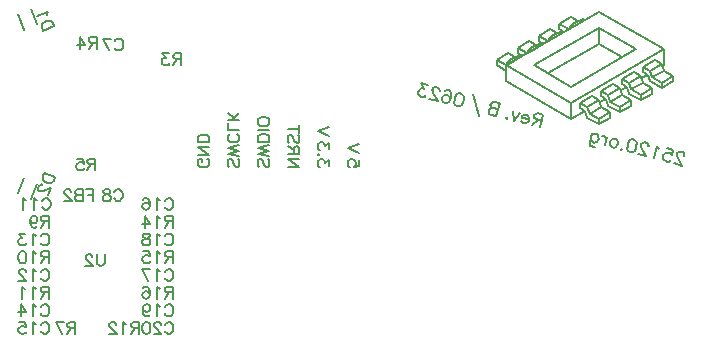
<source format=gbo>
%FSLAX46Y46*%
%MOMM*%
%ADD10C,0.150000*%
%ADD11C,0.200000*%
G01*
G01*
%LPD*%
D10*
X13940476Y4380952D02*
X13892857Y4285714D01*
D10*
X14035714Y4476190D02*
X13940476Y4380952D01*
D10*
X14130952Y4523809D02*
X14035714Y4476190D01*
D10*
X14321429Y4523809D02*
X14130952Y4523809D01*
D10*
X14416667Y4476190D02*
X14321429Y4523809D01*
D10*
X14511905Y4380952D02*
X14416667Y4476190D01*
D10*
X14559524Y4285714D02*
X14511905Y4380952D01*
D10*
X14607143Y4142857D02*
X14559524Y4285714D01*
D10*
X14607143Y3904762D02*
X14607143Y4142857D01*
D10*
X14559524Y3761904D02*
X14607143Y3904762D01*
D10*
X14511905Y3666666D02*
X14559524Y3761904D01*
D10*
X14416667Y3571428D02*
X14511905Y3666666D01*
D10*
X14321429Y3523809D02*
X14416667Y3571428D01*
D10*
X14130952Y3523809D02*
X14321429Y3523809D01*
D10*
X14035714Y3571428D02*
X14130952Y3523809D01*
D10*
X13940476Y3666666D02*
X14035714Y3571428D01*
D10*
X13892857Y3761904D02*
X13940476Y3666666D01*
D10*
X13559524Y4333333D02*
X13559524Y4285714D01*
D10*
X13511905Y4428571D02*
X13559524Y4333333D01*
D10*
X13464286Y4476190D02*
X13511905Y4428571D01*
D10*
X13369048Y4523809D02*
X13464286Y4476190D01*
D10*
X13178572Y4523809D02*
X13369048Y4523809D01*
D10*
X13083333Y4476190D02*
X13178572Y4523809D01*
D10*
X13035714Y4428571D02*
X13083333Y4476190D01*
D10*
X12988095Y4333333D02*
X13035714Y4428571D01*
D10*
X12988095Y4238095D02*
X12988095Y4333333D01*
D10*
X13035714Y4142857D02*
X12988095Y4238095D01*
D10*
X13130952Y4000000D02*
X13035714Y4142857D01*
D10*
X13607143Y3523809D02*
X13130952Y4000000D01*
D10*
X12940476Y3523809D02*
X13607143Y3523809D01*
D10*
X12511905Y4476190D02*
X12369048Y4523809D01*
D10*
X12607143Y4333333D02*
X12511905Y4476190D01*
D10*
X12654762Y4095238D02*
X12607143Y4333333D01*
D10*
X12654762Y3952381D02*
X12654762Y4095238D01*
D10*
X12607143Y3714285D02*
X12654762Y3952381D01*
D10*
X12511905Y3571428D02*
X12607143Y3714285D01*
D10*
X12369048Y3523809D02*
X12511905Y3571428D01*
D10*
X12273810Y3523809D02*
X12369048Y3523809D01*
D10*
X12130952Y3571428D02*
X12273810Y3523809D01*
D10*
X12035714Y3714285D02*
X12130952Y3571428D01*
D10*
X11988095Y3952381D02*
X12035714Y3714285D01*
D10*
X11988095Y4095238D02*
X11988095Y3952381D01*
D10*
X12035714Y4333333D02*
X11988095Y4095238D01*
D10*
X12130952Y4476190D02*
X12035714Y4333333D01*
D10*
X12273810Y4523809D02*
X12130952Y4476190D01*
D10*
X12369048Y4523809D02*
X12273810Y4523809D01*
D10*
X13940476Y14880952D02*
X13892857Y14785714D01*
D10*
X14035714Y14976190D02*
X13940476Y14880952D01*
D10*
X14130952Y15023810D02*
X14035714Y14976190D01*
D10*
X14321429Y15023810D02*
X14130952Y15023810D01*
D10*
X14416667Y14976190D02*
X14321429Y15023810D01*
D10*
X14511905Y14880952D02*
X14416667Y14976190D01*
D10*
X14559524Y14785714D02*
X14511905Y14880952D01*
D10*
X14607143Y14642857D02*
X14559524Y14785714D01*
D10*
X14607143Y14404762D02*
X14607143Y14642857D01*
D10*
X14559524Y14261905D02*
X14607143Y14404762D01*
D10*
X14511905Y14166667D02*
X14559524Y14261905D01*
D10*
X14416667Y14071429D02*
X14511905Y14166667D01*
D10*
X14321429Y14023810D02*
X14416667Y14071429D01*
D10*
X14130952Y14023810D02*
X14321429Y14023810D01*
D10*
X14035714Y14071429D02*
X14130952Y14023810D01*
D10*
X13940476Y14166667D02*
X14035714Y14071429D01*
D10*
X13892857Y14261905D02*
X13940476Y14166667D01*
D10*
X13369048Y14880952D02*
X13464286Y14833333D01*
D10*
X13226190Y15023810D02*
X13369048Y14880952D01*
D10*
X13226190Y14023810D02*
X13226190Y15023810D01*
D10*
X12083334Y14976190D02*
X12035714Y14880952D01*
D10*
X12226190Y15023810D02*
X12083334Y14976190D01*
D10*
X12321428Y15023810D02*
X12226190Y15023810D01*
D10*
X12464286Y14976190D02*
X12321428Y15023810D01*
D10*
X12559524Y14833333D02*
X12464286Y14976190D01*
D10*
X12607143Y14595238D02*
X12559524Y14833333D01*
D10*
X12607143Y14357143D02*
X12607143Y14595238D01*
D10*
X12559524Y14166667D02*
X12607143Y14357143D01*
D10*
X12464286Y14071429D02*
X12559524Y14166667D01*
D10*
X12321428Y14023810D02*
X12464286Y14071429D01*
D10*
X12273810Y14023810D02*
X12321428Y14023810D01*
D10*
X12130952Y14071429D02*
X12273810Y14023810D01*
D10*
X12035714Y14166667D02*
X12130952Y14071429D01*
D10*
X11988095Y14309524D02*
X12035714Y14166667D01*
D10*
X11988095Y14357143D02*
X11988095Y14309524D01*
D10*
X12035714Y14500000D02*
X11988095Y14357143D01*
D10*
X12130952Y14595238D02*
X12035714Y14500000D01*
D10*
X12273810Y14642857D02*
X12130952Y14595238D01*
D10*
X12321428Y14642857D02*
X12273810Y14642857D01*
D10*
X12464286Y14595238D02*
X12321428Y14642857D01*
D10*
X12559524Y14500000D02*
X12464286Y14595238D01*
D10*
X12607143Y14357143D02*
X12559524Y14500000D01*
D10*
X4601763Y16785782D02*
X3681258Y17176512D01*
D10*
X3551015Y16869676D02*
X3681258Y17176512D01*
D10*
X3539030Y16719569D02*
X3551015Y16869676D01*
D10*
X3589485Y16594689D02*
X3539030Y16719569D01*
D10*
X3658546Y16513643D02*
X3589485Y16594689D01*
D10*
X3771440Y16413991D02*
X3658546Y16513643D01*
D10*
X3990608Y16320961D02*
X3771440Y16413991D01*
D10*
X4140715Y16308976D02*
X3990608Y16320961D01*
D10*
X4246989Y16315597D02*
X4140715Y16308976D01*
D10*
X4371868Y16366052D02*
X4246989Y16315597D01*
D10*
X4471520Y16478947D02*
X4371868Y16366052D01*
D10*
X4601763Y16785782D02*
X4471520Y16478947D01*
D10*
X3465863Y16181581D02*
X3509696Y16162975D01*
D10*
X3359589Y16174959D02*
X3465863Y16181581D01*
D10*
X3297150Y16149732D02*
X3359589Y16174959D01*
D10*
X3216104Y16080671D02*
X3297150Y16149732D01*
D10*
X3141679Y15905336D02*
X3216104Y16080671D01*
D10*
X3148301Y15799063D02*
X3141679Y15905336D01*
D10*
X3173528Y15736623D02*
X3148301Y15799063D01*
D10*
X3242589Y15655577D02*
X3173528Y15736623D01*
D10*
X3330256Y15618365D02*
X3242589Y15655577D01*
D10*
X3436530Y15624986D02*
X3330256Y15618365D01*
D10*
X3605243Y15656835D02*
X3436530Y15624986D01*
D10*
X4229640Y15909110D02*
X3605243Y15656835D01*
D10*
X3969154Y15295439D02*
X4229640Y15909110D01*
D10*
X13940476Y5880952D02*
X13892857Y5785714D01*
D10*
X14035714Y5976190D02*
X13940476Y5880952D01*
D10*
X14130952Y6023809D02*
X14035714Y5976190D01*
D10*
X14321429Y6023809D02*
X14130952Y6023809D01*
D10*
X14416667Y5976190D02*
X14321429Y6023809D01*
D10*
X14511905Y5880952D02*
X14416667Y5976190D01*
D10*
X14559524Y5785714D02*
X14511905Y5880952D01*
D10*
X14607143Y5642857D02*
X14559524Y5785714D01*
D10*
X14607143Y5404762D02*
X14607143Y5642857D01*
D10*
X14559524Y5261905D02*
X14607143Y5404762D01*
D10*
X14511905Y5166666D02*
X14559524Y5261905D01*
D10*
X14416667Y5071428D02*
X14511905Y5166666D01*
D10*
X14321429Y5023809D02*
X14416667Y5071428D01*
D10*
X14130952Y5023809D02*
X14321429Y5023809D01*
D10*
X14035714Y5071428D02*
X14130952Y5023809D01*
D10*
X13940476Y5166666D02*
X14035714Y5071428D01*
D10*
X13892857Y5261905D02*
X13940476Y5166666D01*
D10*
X13369048Y5880952D02*
X13464286Y5833333D01*
D10*
X13226190Y6023809D02*
X13369048Y5880952D01*
D10*
X13226190Y5023809D02*
X13226190Y6023809D01*
D10*
X12083334Y5547619D02*
X12035714Y5690476D01*
D10*
X12178572Y5452381D02*
X12083334Y5547619D01*
D10*
X12321428Y5404762D02*
X12178572Y5452381D01*
D10*
X12369048Y5404762D02*
X12321428Y5404762D01*
D10*
X12511905Y5452381D02*
X12369048Y5404762D01*
D10*
X12607143Y5547619D02*
X12511905Y5452381D01*
D10*
X12654762Y5690476D02*
X12607143Y5547619D01*
D10*
X12654762Y5738095D02*
X12654762Y5690476D01*
D10*
X12607143Y5880952D02*
X12654762Y5738095D01*
D10*
X12511905Y5976190D02*
X12607143Y5880952D01*
D10*
X12369048Y6023809D02*
X12511905Y5976190D01*
D10*
X12321428Y6023809D02*
X12369048Y6023809D01*
D10*
X12178572Y5976190D02*
X12321428Y6023809D01*
D10*
X12083334Y5880952D02*
X12178572Y5976190D01*
D10*
X12035714Y5690476D02*
X12083334Y5880952D01*
D10*
X12035714Y5452381D02*
X12035714Y5690476D01*
D10*
X12083334Y5214285D02*
X12035714Y5452381D01*
D10*
X12178572Y5071428D02*
X12083334Y5214285D01*
D10*
X12321428Y5023809D02*
X12178572Y5071428D01*
D10*
X12416667Y5023809D02*
X12321428Y5023809D01*
D10*
X12559524Y5071428D02*
X12416667Y5023809D01*
D10*
X12607143Y5166666D02*
X12559524Y5071428D01*
D11*
X45666936Y21014570D02*
X45942392Y22079524D01*
D11*
X45485984Y22197576D02*
X45942392Y22079524D01*
D11*
X45320732Y22186214D02*
X45485984Y22197576D01*
D11*
X45256904Y22148618D02*
X45320732Y22186214D01*
D11*
X45179956Y22060312D02*
X45256904Y22148618D01*
D11*
X45153720Y21958888D02*
X45179956Y22060312D01*
D11*
X45178200Y21844346D02*
X45153720Y21958888D01*
D11*
X45215796Y21780518D02*
X45178200Y21844346D01*
D11*
X45354816Y21690454D02*
X45215796Y21780518D01*
D11*
X45811224Y21572402D02*
X45354816Y21690454D01*
D11*
X44956968Y21198206D02*
X45456240Y21664220D01*
D11*
X44149088Y21840006D02*
X44757632Y21682604D01*
D11*
X44175320Y21941430D02*
X44149088Y21840006D01*
D11*
X44252268Y22029738D02*
X44175320Y21941430D01*
D11*
X44316096Y22067332D02*
X44252268Y22029738D01*
D11*
X44430636Y22091812D02*
X44316096Y22067332D01*
D11*
X44582772Y22052460D02*
X44430636Y22091812D01*
D11*
X44671080Y21975516D02*
X44582772Y22052460D01*
D11*
X44746272Y21847856D02*
X44671080Y21975516D01*
D11*
X44757632Y21682604D02*
X44746272Y21847856D01*
D11*
X44731400Y21581180D02*
X44757632Y21682604D01*
D11*
X44641336Y21442160D02*
X44731400Y21581180D01*
D11*
X44513676Y21366970D02*
X44641336Y21442160D01*
D11*
X44399136Y21342492D02*
X44513676Y21366970D01*
D11*
X44247000Y21381842D02*
X44399136Y21342492D01*
D11*
X44158692Y21458788D02*
X44247000Y21381842D01*
D11*
X44083504Y21586446D02*
X44158692Y21458788D01*
D11*
X43486320Y21578596D02*
X43974228Y22209864D01*
D11*
X43486320Y21578596D02*
X43365684Y22367266D01*
D11*
X42890892Y21786710D02*
X42853296Y21850540D01*
D11*
X42827064Y21749116D02*
X42890892Y21786710D01*
D11*
X42789468Y21812944D02*
X42827064Y21749116D01*
D11*
X42853296Y21850540D02*
X42789468Y21812944D01*
D11*
X41964956Y21972102D02*
X42240412Y23037054D01*
D11*
X41784004Y23155106D02*
X42240412Y23037054D01*
D11*
X41618752Y23143746D02*
X41784004Y23155106D01*
D11*
X41554920Y23106150D02*
X41618752Y23143746D01*
D11*
X41477976Y23017842D02*
X41554920Y23106150D01*
D11*
X41451744Y22916418D02*
X41477976Y23017842D01*
D11*
X41476220Y22801878D02*
X41451744Y22916418D01*
D11*
X41513816Y22738048D02*
X41476220Y22801878D01*
D11*
X41652836Y22647986D02*
X41513816Y22738048D01*
D11*
X41652836Y22647986D02*
X42109244Y22529934D01*
D11*
X41487584Y22636624D02*
X41652836Y22647986D01*
D11*
X41423752Y22599030D02*
X41487584Y22636624D01*
D11*
X41346808Y22510722D02*
X41423752Y22599030D01*
D11*
X41307456Y22358586D02*
X41346808Y22510722D01*
D11*
X41331936Y22244046D02*
X41307456Y22358586D01*
D11*
X41369528Y22180216D02*
X41331936Y22244046D01*
D11*
X41508548Y22090154D02*
X41369528Y22180216D01*
D11*
X41964956Y21972102D02*
X41508548Y22090154D01*
D11*
X40503916Y21971272D02*
X40010836Y23830162D01*
D11*
X39133860Y23786472D02*
X38994840Y23876534D01*
D11*
X39195936Y23608102D02*
X39133860Y23786472D01*
D11*
X39181060Y23341424D02*
X39195936Y23608102D01*
D11*
X39141712Y23189288D02*
X39181060Y23341424D01*
D11*
X39025416Y22948846D02*
X39141712Y23189288D01*
D11*
X38884640Y22822944D02*
X39025416Y22948846D01*
D11*
X38719388Y22811582D02*
X38884640Y22822944D01*
D11*
X38617964Y22837816D02*
X38719388Y22811582D01*
D11*
X38478944Y22927878D02*
X38617964Y22837816D01*
D11*
X38416872Y23106248D02*
X38478944Y22927878D01*
D11*
X38431744Y23372924D02*
X38416872Y23106248D01*
D11*
X38471092Y23525062D02*
X38431744Y23372924D01*
D11*
X38587388Y23765504D02*
X38471092Y23525062D01*
D11*
X38728164Y23891406D02*
X38587388Y23765504D01*
D11*
X38893416Y23902768D02*
X38728164Y23891406D01*
D11*
X38994840Y23876534D02*
X38893416Y23902768D01*
D11*
X37663212Y24166862D02*
X37586264Y24078554D01*
D11*
X37828464Y24178222D02*
X37663212Y24166862D01*
D11*
X37929888Y24151988D02*
X37828464Y24178222D01*
D11*
X38068908Y24061926D02*
X37929888Y24151988D01*
D11*
X38130980Y23883556D02*
X38068908Y24061926D01*
D11*
X38116108Y23616880D02*
X38130980Y23883556D01*
D11*
X38050524Y23363320D02*
X38116108Y23616880D01*
D11*
X37947344Y23173588D02*
X38050524Y23363320D01*
D11*
X37819688Y23098398D02*
X37947344Y23173588D01*
D11*
X37654432Y23087036D02*
X37819688Y23098398D01*
D11*
X37603720Y23100152D02*
X37654432Y23087036D01*
D11*
X37464704Y23190216D02*
X37603720Y23100152D01*
D11*
X37389512Y23317874D02*
X37464704Y23190216D01*
D11*
X37378152Y23483126D02*
X37389512Y23317874D01*
D11*
X37391268Y23533838D02*
X37378152Y23483126D01*
D11*
X37481332Y23672858D02*
X37391268Y23533838D01*
D11*
X37608988Y23748048D02*
X37481332Y23672858D01*
D11*
X37774240Y23759410D02*
X37608988Y23748048D01*
D11*
X37824952Y23746292D02*
X37774240Y23759410D01*
D11*
X37963972Y23656230D02*
X37824952Y23746292D01*
D11*
X38039164Y23528572D02*
X37963972Y23656230D01*
D11*
X38050524Y23363320D02*
X38039164Y23528572D01*
D11*
X37167452Y24132776D02*
X37154336Y24082064D01*
D11*
X37142972Y24247318D02*
X37167452Y24132776D01*
D11*
X37105380Y24311146D02*
X37142972Y24247318D01*
D11*
X37017072Y24388092D02*
X37105380Y24311146D01*
D11*
X36814224Y24440560D02*
X37017072Y24388092D01*
D11*
X36699680Y24416082D02*
X36814224Y24440560D01*
D11*
X36635852Y24378486D02*
X36699680Y24416082D01*
D11*
X36558908Y24290180D02*
X36635852Y24378486D01*
D11*
X36532672Y24188756D02*
X36558908Y24290180D01*
D11*
X36557152Y24074214D02*
X36532672Y24188756D01*
D11*
X36619224Y23895844D02*
X36557152Y24074214D01*
D11*
X36995176Y23257556D02*
X36619224Y23895844D01*
D11*
X36285208Y23441192D02*
X36995176Y23257556D01*
D11*
X35597132Y24755366D02*
X36154968Y24611080D01*
D11*
X35796472Y24270968D02*
X35597132Y24755366D01*
D11*
X35644336Y24310318D02*
X35796472Y24270968D01*
D11*
X35529792Y24285840D02*
X35644336Y24310318D01*
D11*
X35465964Y24248244D02*
X35529792Y24285840D01*
D11*
X35375904Y24109226D02*
X35465964Y24248244D01*
D11*
X35349668Y24007802D02*
X35375904Y24109226D01*
D11*
X35361032Y23842548D02*
X35349668Y24007802D01*
D11*
X35436220Y23714890D02*
X35361032Y23842548D01*
D11*
X35575240Y23624828D02*
X35436220Y23714890D01*
D11*
X35727376Y23585478D02*
X35575240Y23624828D01*
D11*
X35892628Y23596838D02*
X35727376Y23585478D01*
D11*
X35956456Y23634434D02*
X35892628Y23596838D01*
D11*
X36033404Y23722740D02*
X35956456Y23634434D01*
D10*
X30373810Y17738096D02*
X30373810Y18214286D01*
D10*
X29945238Y17690476D02*
X30373810Y17738096D01*
D10*
X29992858Y17738096D02*
X29945238Y17690476D01*
D10*
X30040476Y17880952D02*
X29992858Y17738096D01*
D10*
X30040476Y18023810D02*
X30040476Y17880952D01*
D10*
X29992858Y18166666D02*
X30040476Y18023810D01*
D10*
X29897620Y18261904D02*
X29992858Y18166666D01*
D10*
X29754762Y18309524D02*
X29897620Y18261904D01*
D10*
X29659524Y18309524D02*
X29754762Y18309524D01*
D10*
X29516666Y18261904D02*
X29659524Y18309524D01*
D10*
X29421428Y18166666D02*
X29516666Y18261904D01*
D10*
X29373810Y18023810D02*
X29421428Y18166666D01*
D10*
X29373810Y17880952D02*
X29373810Y18023810D01*
D10*
X29421428Y17738096D02*
X29373810Y17880952D01*
D10*
X29469048Y17690476D02*
X29421428Y17738096D01*
D10*
X29564286Y17642858D02*
X29469048Y17690476D01*
D10*
X29373810Y19261904D02*
X30373810Y18880952D01*
D10*
X29373810Y19261904D02*
X30373810Y19642856D01*
D10*
X3440476Y11880952D02*
X3392857Y11785714D01*
D10*
X3535714Y11976190D02*
X3440476Y11880952D01*
D10*
X3630952Y12023810D02*
X3535714Y11976190D01*
D10*
X3821428Y12023810D02*
X3630952Y12023810D01*
D10*
X3916666Y11976190D02*
X3821428Y12023810D01*
D10*
X4011904Y11880952D02*
X3916666Y11976190D01*
D10*
X4059523Y11785714D02*
X4011904Y11880952D01*
D10*
X4107142Y11642857D02*
X4059523Y11785714D01*
D10*
X4107142Y11404762D02*
X4107142Y11642857D01*
D10*
X4059523Y11261905D02*
X4107142Y11404762D01*
D10*
X4011904Y11166667D02*
X4059523Y11261905D01*
D10*
X3916666Y11071429D02*
X4011904Y11166667D01*
D10*
X3821428Y11023810D02*
X3916666Y11071429D01*
D10*
X3630952Y11023810D02*
X3821428Y11023810D01*
D10*
X3535714Y11071429D02*
X3630952Y11023810D01*
D10*
X3440476Y11166667D02*
X3535714Y11071429D01*
D10*
X3392857Y11261905D02*
X3440476Y11166667D01*
D10*
X2869047Y11880952D02*
X2964285Y11833333D01*
D10*
X2726190Y12023810D02*
X2869047Y11880952D01*
D10*
X2726190Y11023810D02*
X2726190Y12023810D01*
D10*
X1535714Y12023810D02*
X2059523Y12023810D01*
D10*
X1821428Y11642857D02*
X1535714Y12023810D01*
D10*
X1678571Y11642857D02*
X1821428Y11642857D01*
D10*
X1583333Y11595238D02*
X1678571Y11642857D01*
D10*
X1535714Y11547619D02*
X1583333Y11595238D01*
D10*
X1488095Y11404762D02*
X1535714Y11547619D01*
D10*
X1488095Y11309524D02*
X1488095Y11404762D01*
D10*
X1535714Y11166667D02*
X1488095Y11309524D01*
D10*
X1630952Y11071429D02*
X1535714Y11166667D01*
D10*
X1773809Y11023810D02*
X1630952Y11071429D01*
D10*
X1916666Y11023810D02*
X1773809Y11023810D01*
D10*
X2059523Y11071429D02*
X1916666Y11023810D01*
D10*
X2107143Y11119048D02*
X2059523Y11071429D01*
D10*
X2154762Y11214286D02*
X2107143Y11119048D01*
D10*
X8809524Y9559524D02*
X8809524Y10273810D01*
D10*
X8761905Y9416667D02*
X8809524Y9559524D01*
D10*
X8666667Y9321429D02*
X8761905Y9416667D01*
D10*
X8523810Y9273810D02*
X8666667Y9321429D01*
D10*
X8428571Y9273810D02*
X8523810Y9273810D01*
D10*
X8285714Y9321429D02*
X8428571Y9273810D01*
D10*
X8190476Y9416667D02*
X8285714Y9321429D01*
D10*
X8142857Y9559524D02*
X8190476Y9416667D01*
D10*
X8142857Y10273810D02*
X8142857Y9559524D01*
D10*
X7761905Y10083333D02*
X7761905Y10035714D01*
D10*
X7714285Y10178571D02*
X7761905Y10083333D01*
D10*
X7666666Y10226190D02*
X7714285Y10178571D01*
D10*
X7571428Y10273810D02*
X7666666Y10226190D01*
D10*
X7380952Y10273810D02*
X7571428Y10273810D01*
D10*
X7285714Y10226190D02*
X7380952Y10273810D01*
D10*
X7238095Y10178571D02*
X7285714Y10226190D01*
D10*
X7190476Y10083333D02*
X7238095Y10178571D01*
D10*
X7190476Y9988095D02*
X7190476Y10083333D01*
D10*
X7238095Y9892857D02*
X7190476Y9988095D01*
D10*
X7333333Y9750000D02*
X7238095Y9892857D01*
D10*
X7809524Y9273810D02*
X7333333Y9750000D01*
D10*
X7142857Y9273810D02*
X7809524Y9273810D01*
D10*
X3592768Y29188790D02*
X4519951Y29563400D01*
D10*
X4395081Y29872460D02*
X4519951Y29563400D01*
D10*
X4297414Y29987076D02*
X4395081Y29872460D01*
D10*
X4173434Y30039702D02*
X4297414Y29987076D01*
D10*
X4067292Y30048178D02*
X4173434Y30039702D01*
D10*
X3916999Y30038814D02*
X4067292Y30048178D01*
D10*
X3696241Y29949620D02*
X3916999Y30038814D01*
D10*
X3581625Y29851954D02*
X3696241Y29949620D01*
D10*
X3511160Y29772126D02*
X3581625Y29851954D01*
D10*
X3458534Y29648144D02*
X3511160Y29772126D01*
D10*
X3467898Y29497852D02*
X3458534Y29648144D01*
D10*
X3592768Y29188790D02*
X3467898Y29497852D01*
D10*
X3941533Y30613674D02*
X3933059Y30507532D01*
D10*
X4020472Y30799644D02*
X3941533Y30613674D01*
D10*
X3093289Y30425034D02*
X4020472Y30799644D01*
D10*
X3440476Y5880952D02*
X3392857Y5785714D01*
D10*
X3535714Y5976190D02*
X3440476Y5880952D01*
D10*
X3630952Y6023809D02*
X3535714Y5976190D01*
D10*
X3821428Y6023809D02*
X3630952Y6023809D01*
D10*
X3916666Y5976190D02*
X3821428Y6023809D01*
D10*
X4011904Y5880952D02*
X3916666Y5976190D01*
D10*
X4059523Y5785714D02*
X4011904Y5880952D01*
D10*
X4107142Y5642857D02*
X4059523Y5785714D01*
D10*
X4107142Y5404762D02*
X4107142Y5642857D01*
D10*
X4059523Y5261905D02*
X4107142Y5404762D01*
D10*
X4011904Y5166666D02*
X4059523Y5261905D01*
D10*
X3916666Y5071428D02*
X4011904Y5166666D01*
D10*
X3821428Y5023809D02*
X3916666Y5071428D01*
D10*
X3630952Y5023809D02*
X3821428Y5023809D01*
D10*
X3535714Y5071428D02*
X3630952Y5023809D01*
D10*
X3440476Y5166666D02*
X3535714Y5071428D01*
D10*
X3392857Y5261905D02*
X3440476Y5166666D01*
D10*
X2869047Y5880952D02*
X2964285Y5833333D01*
D10*
X2726190Y6023809D02*
X2869047Y5880952D01*
D10*
X2726190Y5023809D02*
X2726190Y6023809D01*
D10*
X2154762Y5357143D02*
X1678571Y6023809D01*
D10*
X1440476Y5357143D02*
X2154762Y5357143D01*
D10*
X1678571Y5023809D02*
X1678571Y6023809D01*
D10*
X3550476Y14880952D02*
X3502857Y14785714D01*
D10*
X3645714Y14976190D02*
X3550476Y14880952D01*
D10*
X3740952Y15023810D02*
X3645714Y14976190D01*
D10*
X3931428Y15023810D02*
X3740952Y15023810D01*
D10*
X4026666Y14976190D02*
X3931428Y15023810D01*
D10*
X4121904Y14880952D02*
X4026666Y14976190D01*
D10*
X4169523Y14785714D02*
X4121904Y14880952D01*
D10*
X4217143Y14642857D02*
X4169523Y14785714D01*
D10*
X4217143Y14404762D02*
X4217143Y14642857D01*
D10*
X4169523Y14261905D02*
X4217143Y14404762D01*
D10*
X4121904Y14166667D02*
X4169523Y14261905D01*
D10*
X4026666Y14071429D02*
X4121904Y14166667D01*
D10*
X3931428Y14023810D02*
X4026666Y14071429D01*
D10*
X3740952Y14023810D02*
X3931428Y14023810D01*
D10*
X3645714Y14071429D02*
X3740952Y14023810D01*
D10*
X3550476Y14166667D02*
X3645714Y14071429D01*
D10*
X3502857Y14261905D02*
X3550476Y14166667D01*
D10*
X2979047Y14880952D02*
X3074285Y14833333D01*
D10*
X2836190Y15023810D02*
X2979047Y14880952D01*
D10*
X2836190Y14023810D02*
X2836190Y15023810D01*
D10*
X2026666Y14880952D02*
X2121904Y14833333D01*
D10*
X1883809Y15023810D02*
X2026666Y14880952D01*
D10*
X1883809Y14023810D02*
X1883809Y15023810D01*
D10*
X8011905Y17373810D02*
X8011905Y18373810D01*
D10*
X7583333Y18373810D02*
X8011905Y18373810D01*
D10*
X7440476Y18326190D02*
X7583333Y18373810D01*
D10*
X7392857Y18278572D02*
X7440476Y18326190D01*
D10*
X7345238Y18183334D02*
X7392857Y18278572D01*
D10*
X7345238Y18088096D02*
X7345238Y18183334D01*
D10*
X7392857Y17992858D02*
X7345238Y18088096D01*
D10*
X7440476Y17945238D02*
X7392857Y17992858D01*
D10*
X7583333Y17897620D02*
X7440476Y17945238D01*
D10*
X8011905Y17897620D02*
X7583333Y17897620D01*
D10*
X7345238Y17373810D02*
X7678571Y17897620D01*
D10*
X6964285Y18373810D02*
X6488095Y18373810D01*
D10*
X7011905Y17945238D02*
X6964285Y18373810D01*
D10*
X6964285Y17992858D02*
X7011905Y17945238D01*
D10*
X6821428Y18040476D02*
X6964285Y17992858D01*
D10*
X6678571Y18040476D02*
X6821428Y18040476D01*
D10*
X6535714Y17992858D02*
X6678571Y18040476D01*
D10*
X6440476Y17897620D02*
X6535714Y17992858D01*
D10*
X6392857Y17754762D02*
X6440476Y17897620D01*
D10*
X6392857Y17659524D02*
X6392857Y17754762D01*
D10*
X6440476Y17516666D02*
X6392857Y17659524D01*
D10*
X6535714Y17421428D02*
X6440476Y17516666D01*
D10*
X6678571Y17373810D02*
X6535714Y17421428D01*
D10*
X6821428Y17373810D02*
X6678571Y17373810D01*
D10*
X6964285Y17421428D02*
X6821428Y17373810D01*
D10*
X7011905Y17469048D02*
X6964285Y17421428D01*
D10*
X7059524Y17564286D02*
X7011905Y17469048D01*
D10*
X13940476Y8880952D02*
X13892857Y8785714D01*
D10*
X14035714Y8976190D02*
X13940476Y8880952D01*
D10*
X14130952Y9023810D02*
X14035714Y8976190D01*
D10*
X14321429Y9023810D02*
X14130952Y9023810D01*
D10*
X14416667Y8976190D02*
X14321429Y9023810D01*
D10*
X14511905Y8880952D02*
X14416667Y8976190D01*
D10*
X14559524Y8785714D02*
X14511905Y8880952D01*
D10*
X14607143Y8642857D02*
X14559524Y8785714D01*
D10*
X14607143Y8404762D02*
X14607143Y8642857D01*
D10*
X14559524Y8261905D02*
X14607143Y8404762D01*
D10*
X14511905Y8166666D02*
X14559524Y8261905D01*
D10*
X14416667Y8071428D02*
X14511905Y8166666D01*
D10*
X14321429Y8023809D02*
X14416667Y8071428D01*
D10*
X14130952Y8023809D02*
X14321429Y8023809D01*
D10*
X14035714Y8071428D02*
X14130952Y8023809D01*
D10*
X13940476Y8166666D02*
X14035714Y8071428D01*
D10*
X13892857Y8261905D02*
X13940476Y8166666D01*
D10*
X13369048Y8880952D02*
X13464286Y8833333D01*
D10*
X13226190Y9023810D02*
X13369048Y8880952D01*
D10*
X13226190Y8023809D02*
X13226190Y9023810D01*
D10*
X12464286Y8023809D02*
X11988095Y9023810D01*
D10*
X11988095Y9023810D02*
X12654762Y9023810D01*
D10*
X3440476Y4380952D02*
X3392857Y4285714D01*
D10*
X3535714Y4476190D02*
X3440476Y4380952D01*
D10*
X3630952Y4523809D02*
X3535714Y4476190D01*
D10*
X3821428Y4523809D02*
X3630952Y4523809D01*
D10*
X3916666Y4476190D02*
X3821428Y4523809D01*
D10*
X4011904Y4380952D02*
X3916666Y4476190D01*
D10*
X4059523Y4285714D02*
X4011904Y4380952D01*
D10*
X4107142Y4142857D02*
X4059523Y4285714D01*
D10*
X4107142Y3904762D02*
X4107142Y4142857D01*
D10*
X4059523Y3761904D02*
X4107142Y3904762D01*
D10*
X4011904Y3666666D02*
X4059523Y3761904D01*
D10*
X3916666Y3571428D02*
X4011904Y3666666D01*
D10*
X3821428Y3523809D02*
X3916666Y3571428D01*
D10*
X3630952Y3523809D02*
X3821428Y3523809D01*
D10*
X3535714Y3571428D02*
X3630952Y3523809D01*
D10*
X3440476Y3666666D02*
X3535714Y3571428D01*
D10*
X3392857Y3761904D02*
X3440476Y3666666D01*
D10*
X2869047Y4380952D02*
X2964285Y4333333D01*
D10*
X2726190Y4523809D02*
X2869047Y4380952D01*
D10*
X2726190Y3523809D02*
X2726190Y4523809D01*
D10*
X2059523Y4523809D02*
X1583333Y4523809D01*
D10*
X2107143Y4095238D02*
X2059523Y4523809D01*
D10*
X2059523Y4142857D02*
X2107143Y4095238D01*
D10*
X1916666Y4190476D02*
X2059523Y4142857D01*
D10*
X1773809Y4190476D02*
X1916666Y4190476D01*
D10*
X1630952Y4142857D02*
X1773809Y4190476D01*
D10*
X1535714Y4047619D02*
X1630952Y4142857D01*
D10*
X1488095Y3904762D02*
X1535714Y4047619D01*
D10*
X1488095Y3809523D02*
X1488095Y3904762D01*
D10*
X1535714Y3666666D02*
X1488095Y3809523D01*
D10*
X1630952Y3571428D02*
X1535714Y3666666D01*
D10*
X1773809Y3523809D02*
X1630952Y3571428D01*
D10*
X1916666Y3523809D02*
X1773809Y3523809D01*
D10*
X2059523Y3571428D02*
X1916666Y3523809D01*
D10*
X2107143Y3619047D02*
X2059523Y3571428D01*
D10*
X2154762Y3714285D02*
X2107143Y3619047D01*
D10*
X4059523Y6523809D02*
X4059523Y7523809D01*
D10*
X3630952Y7523809D02*
X4059523Y7523809D01*
D10*
X3488095Y7476190D02*
X3630952Y7523809D01*
D10*
X3440476Y7428571D02*
X3488095Y7476190D01*
D10*
X3392857Y7333333D02*
X3440476Y7428571D01*
D10*
X3392857Y7238095D02*
X3392857Y7333333D01*
D10*
X3440476Y7142857D02*
X3392857Y7238095D01*
D10*
X3488095Y7095238D02*
X3440476Y7142857D01*
D10*
X3630952Y7047619D02*
X3488095Y7095238D01*
D10*
X4059523Y7047619D02*
X3630952Y7047619D01*
D10*
X3392857Y6523809D02*
X3726190Y7047619D01*
D10*
X2869047Y7380952D02*
X2964285Y7333333D01*
D10*
X2726190Y7523809D02*
X2869047Y7380952D01*
D10*
X2726190Y6523809D02*
X2726190Y7523809D01*
D10*
X1916666Y7380952D02*
X2011904Y7333333D01*
D10*
X1773809Y7523809D02*
X1916666Y7380952D01*
D10*
X1773809Y6523809D02*
X1773809Y7523809D01*
D10*
X9642857Y15630952D02*
X9595238Y15535714D01*
D10*
X9738095Y15726190D02*
X9642857Y15630952D01*
D10*
X9833333Y15773810D02*
X9738095Y15726190D01*
D10*
X10023810Y15773810D02*
X9833333Y15773810D01*
D10*
X10119048Y15726190D02*
X10023810Y15773810D01*
D10*
X10214286Y15630952D02*
X10119048Y15726190D01*
D10*
X10261905Y15535714D02*
X10214286Y15630952D01*
D10*
X10309524Y15392857D02*
X10261905Y15535714D01*
D10*
X10309524Y15154762D02*
X10309524Y15392857D01*
D10*
X10261905Y15011905D02*
X10309524Y15154762D01*
D10*
X10214286Y14916667D02*
X10261905Y15011905D01*
D10*
X10119048Y14821429D02*
X10214286Y14916667D01*
D10*
X10023810Y14773810D02*
X10119048Y14821429D01*
D10*
X9833333Y14773810D02*
X10023810Y14773810D01*
D10*
X9738095Y14821429D02*
X9833333Y14773810D01*
D10*
X9642857Y14916667D02*
X9738095Y14821429D01*
D10*
X9595238Y15011905D02*
X9642857Y14916667D01*
D10*
X9214286Y15726190D02*
X9071429Y15773810D01*
D10*
X9261905Y15630952D02*
X9214286Y15726190D01*
D10*
X9261905Y15535714D02*
X9261905Y15630952D01*
D10*
X9214286Y15440476D02*
X9261905Y15535714D01*
D10*
X9119048Y15392857D02*
X9214286Y15440476D01*
D10*
X8928571Y15345238D02*
X9119048Y15392857D01*
D10*
X8785714Y15297619D02*
X8928571Y15345238D01*
D10*
X8690476Y15202381D02*
X8785714Y15297619D01*
D10*
X8642857Y15107143D02*
X8690476Y15202381D01*
D10*
X8642857Y14964286D02*
X8642857Y15107143D01*
D10*
X8690476Y14869048D02*
X8642857Y14964286D01*
D10*
X8738095Y14821429D02*
X8690476Y14869048D01*
D10*
X8880952Y14773810D02*
X8738095Y14821429D01*
D10*
X9071429Y14773810D02*
X8880952Y14773810D01*
D10*
X9214286Y14821429D02*
X9071429Y14773810D01*
D10*
X9261905Y14869048D02*
X9214286Y14821429D01*
D10*
X9309524Y14964286D02*
X9261905Y14869048D01*
D10*
X9309524Y15107143D02*
X9309524Y14964286D01*
D10*
X9261905Y15202381D02*
X9309524Y15107143D01*
D10*
X9166667Y15297619D02*
X9261905Y15202381D01*
D10*
X9023810Y15345238D02*
X9166667Y15297619D01*
D10*
X8833333Y15392857D02*
X9023810Y15345238D01*
D10*
X8738095Y15440476D02*
X8833333Y15392857D01*
D10*
X8690476Y15535714D02*
X8738095Y15440476D01*
D10*
X8690476Y15630952D02*
X8690476Y15535714D01*
D10*
X8738095Y15726190D02*
X8690476Y15630952D01*
D10*
X8880952Y15773810D02*
X8738095Y15726190D01*
D10*
X9071429Y15773810D02*
X8880952Y15773810D01*
D10*
X8111905Y27673810D02*
X8111905Y28673810D01*
D10*
X7683333Y28673810D02*
X8111905Y28673810D01*
D10*
X7540476Y28626190D02*
X7683333Y28673810D01*
D10*
X7492857Y28578572D02*
X7540476Y28626190D01*
D10*
X7445238Y28483334D02*
X7492857Y28578572D01*
D10*
X7445238Y28388096D02*
X7445238Y28483334D01*
D10*
X7492857Y28292858D02*
X7445238Y28388096D01*
D10*
X7540476Y28245238D02*
X7492857Y28292858D01*
D10*
X7683333Y28197620D02*
X7540476Y28245238D01*
D10*
X8111905Y28197620D02*
X7683333Y28197620D01*
D10*
X7445238Y27673810D02*
X7778571Y28197620D01*
D10*
X7159524Y28007142D02*
X6683333Y28673810D01*
D10*
X6445238Y28007142D02*
X7159524Y28007142D01*
D10*
X6683333Y27673810D02*
X6683333Y28673810D01*
D11*
X24293810Y17690476D02*
X25293810Y17690476D01*
D11*
X24293810Y18357142D02*
X25293810Y17690476D01*
D11*
X24293810Y18357142D02*
X25293810Y18357142D01*
D11*
X24293810Y18738096D02*
X25293810Y18738096D01*
D11*
X25293810Y19166666D02*
X25293810Y18738096D01*
D11*
X25246190Y19309524D02*
X25293810Y19166666D01*
D11*
X25198572Y19357142D02*
X25246190Y19309524D01*
D11*
X25103334Y19404762D02*
X25198572Y19357142D01*
D11*
X25008096Y19404762D02*
X25103334Y19404762D01*
D11*
X24912858Y19357142D02*
X25008096Y19404762D01*
D11*
X24865238Y19309524D02*
X24912858Y19357142D01*
D11*
X24817620Y19166666D02*
X24865238Y19309524D01*
D11*
X24817620Y18738096D02*
X24817620Y19166666D01*
D11*
X24293810Y19404762D02*
X24817620Y19071428D01*
D11*
X25246190Y20261904D02*
X25150952Y20357142D01*
D11*
X25293810Y20119048D02*
X25246190Y20261904D01*
D11*
X25293810Y19928572D02*
X25293810Y20119048D01*
D11*
X25246190Y19785714D02*
X25293810Y19928572D01*
D11*
X25150952Y19690476D02*
X25246190Y19785714D01*
D11*
X25055714Y19690476D02*
X25150952Y19690476D01*
D11*
X24960476Y19738096D02*
X25055714Y19690476D01*
D11*
X24912858Y19785714D02*
X24960476Y19738096D01*
D11*
X24865238Y19880952D02*
X24912858Y19785714D01*
D11*
X24770000Y20166666D02*
X24865238Y19880952D01*
D11*
X24722380Y20261904D02*
X24770000Y20166666D01*
D11*
X24674762Y20309524D02*
X24722380Y20261904D01*
D11*
X24579524Y20357142D02*
X24674762Y20309524D01*
D11*
X24436666Y20357142D02*
X24579524Y20357142D01*
D11*
X24341428Y20261904D02*
X24436666Y20357142D01*
D11*
X24293810Y20119048D02*
X24341428Y20261904D01*
D11*
X24293810Y19928572D02*
X24293810Y20119048D01*
D11*
X24341428Y19785714D02*
X24293810Y19928572D01*
D11*
X24436666Y19690476D02*
X24341428Y19785714D01*
D11*
X24293810Y20880952D02*
X25293810Y20880952D01*
D11*
X25293810Y21214286D02*
X25293810Y20547620D01*
D10*
X15261905Y26273810D02*
X15261905Y27273810D01*
D10*
X14833333Y27273810D02*
X15261905Y27273810D01*
D10*
X14690476Y27226190D02*
X14833333Y27273810D01*
D10*
X14642857Y27178572D02*
X14690476Y27226190D01*
D10*
X14595238Y27083334D02*
X14642857Y27178572D01*
D10*
X14595238Y26988096D02*
X14595238Y27083334D01*
D10*
X14642857Y26892858D02*
X14595238Y26988096D01*
D10*
X14690476Y26845238D02*
X14642857Y26892858D01*
D10*
X14833333Y26797620D02*
X14690476Y26845238D01*
D10*
X15261905Y26797620D02*
X14833333Y26797620D01*
D10*
X14595238Y26273810D02*
X14928571Y26797620D01*
D10*
X13690476Y27273810D02*
X14214286Y27273810D01*
D10*
X13976190Y26892858D02*
X13690476Y27273810D01*
D10*
X13833333Y26892858D02*
X13976190Y26892858D01*
D10*
X13738095Y26845238D02*
X13833333Y26892858D01*
D10*
X13690476Y26797620D02*
X13738095Y26845238D01*
D10*
X13642857Y26654762D02*
X13690476Y26797620D01*
D10*
X13642857Y26559524D02*
X13642857Y26654762D01*
D10*
X13690476Y26416666D02*
X13642857Y26559524D01*
D10*
X13785714Y26321428D02*
X13690476Y26416666D01*
D10*
X13928571Y26273810D02*
X13785714Y26321428D01*
D10*
X14071429Y26273810D02*
X13928571Y26273810D01*
D10*
X14214286Y26321428D02*
X14071429Y26273810D01*
D10*
X14261905Y26369048D02*
X14214286Y26321428D01*
D10*
X14309524Y26464286D02*
X14261905Y26369048D01*
D10*
X13940476Y11880952D02*
X13892857Y11785714D01*
D10*
X14035714Y11976190D02*
X13940476Y11880952D01*
D10*
X14130952Y12023810D02*
X14035714Y11976190D01*
D10*
X14321429Y12023810D02*
X14130952Y12023810D01*
D10*
X14416667Y11976190D02*
X14321429Y12023810D01*
D10*
X14511905Y11880952D02*
X14416667Y11976190D01*
D10*
X14559524Y11785714D02*
X14511905Y11880952D01*
D10*
X14607143Y11642857D02*
X14559524Y11785714D01*
D10*
X14607143Y11404762D02*
X14607143Y11642857D01*
D10*
X14559524Y11261905D02*
X14607143Y11404762D01*
D10*
X14511905Y11166667D02*
X14559524Y11261905D01*
D10*
X14416667Y11071429D02*
X14511905Y11166667D01*
D10*
X14321429Y11023810D02*
X14416667Y11071429D01*
D10*
X14130952Y11023810D02*
X14321429Y11023810D01*
D10*
X14035714Y11071429D02*
X14130952Y11023810D01*
D10*
X13940476Y11166667D02*
X14035714Y11071429D01*
D10*
X13892857Y11261905D02*
X13940476Y11166667D01*
D10*
X13369048Y11880952D02*
X13464286Y11833333D01*
D10*
X13226190Y12023810D02*
X13369048Y11880952D01*
D10*
X13226190Y11023810D02*
X13226190Y12023810D01*
D10*
X12559524Y11976190D02*
X12416667Y12023810D01*
D10*
X12607143Y11880952D02*
X12559524Y11976190D01*
D10*
X12607143Y11785714D02*
X12607143Y11880952D01*
D10*
X12559524Y11690476D02*
X12607143Y11785714D01*
D10*
X12464286Y11642857D02*
X12559524Y11690476D01*
D10*
X12273810Y11595238D02*
X12464286Y11642857D01*
D10*
X12130952Y11547619D02*
X12273810Y11595238D01*
D10*
X12035714Y11452381D02*
X12130952Y11547619D01*
D10*
X11988095Y11357143D02*
X12035714Y11452381D01*
D10*
X11988095Y11214286D02*
X11988095Y11357143D01*
D10*
X12035714Y11119048D02*
X11988095Y11214286D01*
D10*
X12083334Y11071429D02*
X12035714Y11119048D01*
D10*
X12226190Y11023810D02*
X12083334Y11071429D01*
D10*
X12416667Y11023810D02*
X12226190Y11023810D01*
D10*
X12559524Y11071429D02*
X12416667Y11023810D01*
D10*
X12607143Y11119048D02*
X12559524Y11071429D01*
D10*
X12654762Y11214286D02*
X12607143Y11119048D01*
D10*
X12654762Y11357143D02*
X12654762Y11214286D01*
D10*
X12607143Y11452381D02*
X12654762Y11357143D01*
D10*
X12511905Y11547619D02*
X12607143Y11452381D01*
D10*
X12369048Y11595238D02*
X12511905Y11547619D01*
D10*
X12178572Y11642857D02*
X12369048Y11595238D01*
D10*
X12083334Y11690476D02*
X12178572Y11642857D01*
D10*
X12035714Y11785714D02*
X12083334Y11690476D01*
D10*
X12035714Y11880952D02*
X12035714Y11785714D01*
D10*
X12083334Y11976190D02*
X12035714Y11880952D01*
D10*
X12226190Y12023810D02*
X12083334Y11976190D01*
D10*
X12416667Y12023810D02*
X12226190Y12023810D01*
D10*
X7809524Y14773810D02*
X7809524Y15773810D01*
D10*
X7190476Y15773810D02*
X7809524Y15773810D01*
D10*
X7428571Y15297619D02*
X7809524Y15297619D01*
D10*
X6952381Y14773810D02*
X6952381Y15773810D01*
D10*
X6523809Y15773810D02*
X6952381Y15773810D01*
D10*
X6380952Y15726190D02*
X6523809Y15773810D01*
D10*
X6333333Y15678571D02*
X6380952Y15726190D01*
D10*
X6285714Y15583333D02*
X6333333Y15678571D01*
D10*
X6285714Y15488095D02*
X6285714Y15583333D01*
D10*
X6333333Y15392857D02*
X6285714Y15488095D01*
D10*
X6380952Y15345238D02*
X6333333Y15392857D01*
D10*
X6523809Y15297619D02*
X6380952Y15345238D01*
D10*
X6523809Y15297619D02*
X6952381Y15297619D01*
D10*
X6380952Y15250000D02*
X6523809Y15297619D01*
D10*
X6333333Y15202381D02*
X6380952Y15250000D01*
D10*
X6285714Y15107143D02*
X6333333Y15202381D01*
D10*
X6285714Y14964286D02*
X6285714Y15107143D01*
D10*
X6333333Y14869048D02*
X6285714Y14964286D01*
D10*
X6380952Y14821429D02*
X6333333Y14869048D01*
D10*
X6523809Y14773810D02*
X6380952Y14821429D01*
D10*
X6952381Y14773810D02*
X6523809Y14773810D01*
D10*
X5952381Y15583333D02*
X5952381Y15535714D01*
D10*
X5904762Y15678571D02*
X5952381Y15583333D01*
D10*
X5857143Y15726190D02*
X5904762Y15678571D01*
D10*
X5761905Y15773810D02*
X5857143Y15726190D01*
D10*
X5571428Y15773810D02*
X5761905Y15773810D01*
D10*
X5476190Y15726190D02*
X5571428Y15773810D01*
D10*
X5428571Y15678571D02*
X5476190Y15726190D01*
D10*
X5380952Y15583333D02*
X5428571Y15678571D01*
D10*
X5380952Y15488095D02*
X5380952Y15583333D01*
D10*
X5428571Y15392857D02*
X5380952Y15488095D01*
D10*
X5523809Y15250000D02*
X5428571Y15392857D01*
D10*
X6000000Y14773810D02*
X5523809Y15250000D01*
D10*
X5333333Y14773810D02*
X6000000Y14773810D01*
D11*
X27833810Y18261904D02*
X27833810Y17738096D01*
D11*
X27452858Y17976190D02*
X27833810Y18261904D01*
D11*
X27452858Y18119048D02*
X27452858Y17976190D01*
D11*
X27405238Y18214286D02*
X27452858Y18119048D01*
D11*
X27357620Y18261904D02*
X27405238Y18214286D01*
D11*
X27214762Y18309524D02*
X27357620Y18261904D01*
D11*
X27119524Y18309524D02*
X27214762Y18309524D01*
D11*
X26976666Y18261904D02*
X27119524Y18309524D01*
D11*
X26881428Y18166666D02*
X26976666Y18261904D01*
D11*
X26833810Y18023810D02*
X26881428Y18166666D01*
D11*
X26833810Y17880952D02*
X26833810Y18023810D01*
D11*
X26881428Y17738096D02*
X26833810Y17880952D01*
D11*
X26929048Y17690476D02*
X26881428Y17738096D01*
D11*
X27024286Y17642858D02*
X26929048Y17690476D01*
D11*
X26881428Y18642858D02*
X26929048Y18690476D01*
D11*
X26833810Y18690476D02*
X26881428Y18642858D01*
D11*
X26881428Y18738096D02*
X26833810Y18690476D01*
D11*
X26929048Y18690476D02*
X26881428Y18738096D01*
D11*
X27833810Y19690476D02*
X27833810Y19166666D01*
D11*
X27452858Y19404762D02*
X27833810Y19690476D01*
D11*
X27452858Y19547620D02*
X27452858Y19404762D01*
D11*
X27405238Y19642856D02*
X27452858Y19547620D01*
D11*
X27357620Y19690476D02*
X27405238Y19642856D01*
D11*
X27214762Y19738096D02*
X27357620Y19690476D01*
D11*
X27119524Y19738096D02*
X27214762Y19738096D01*
D11*
X26976666Y19690476D02*
X27119524Y19738096D01*
D11*
X26881428Y19595238D02*
X26976666Y19690476D01*
D11*
X26833810Y19452380D02*
X26881428Y19595238D01*
D11*
X26833810Y19309524D02*
X26833810Y19452380D01*
D11*
X26881428Y19166666D02*
X26833810Y19309524D01*
D11*
X26929048Y19119048D02*
X26881428Y19166666D01*
D11*
X27024286Y19071428D02*
X26929048Y19119048D01*
D11*
X26833810Y20690476D02*
X27833810Y20309524D01*
D11*
X26833810Y20690476D02*
X27833810Y21071428D01*
D11*
X57888968Y18657452D02*
X57875852Y18606740D01*
D11*
X57864492Y18771992D02*
X57888968Y18657452D01*
D11*
X57826896Y18835822D02*
X57864492Y18771992D01*
D11*
X57738588Y18912768D02*
X57826896Y18835822D01*
D11*
X57535740Y18965236D02*
X57738588Y18912768D01*
D11*
X57421200Y18940756D02*
X57535740Y18965236D01*
D11*
X57357372Y18903162D02*
X57421200Y18940756D01*
D11*
X57280424Y18814854D02*
X57357372Y18903162D01*
D11*
X57254192Y18713430D02*
X57280424Y18814854D01*
D11*
X57278668Y18598890D02*
X57254192Y18713430D01*
D11*
X57340744Y18420520D02*
X57278668Y18598890D01*
D11*
X57716696Y17782230D02*
X57340744Y18420520D01*
D11*
X57006728Y17965866D02*
X57716696Y17782230D01*
D11*
X56876484Y19135754D02*
X56369364Y19266924D01*
D11*
X56809144Y18666230D02*
X56876484Y19135754D01*
D11*
X56771548Y18730058D02*
X56809144Y18666230D01*
D11*
X56632528Y18820120D02*
X56771548Y18730058D01*
D11*
X56480392Y18859472D02*
X56632528Y18820120D01*
D11*
X56315140Y18848110D02*
X56480392Y18859472D01*
D11*
X56187484Y18772920D02*
X56315140Y18848110D01*
D11*
X56097420Y18633900D02*
X56187484Y18772920D01*
D11*
X56071188Y18532476D02*
X56097420Y18633900D01*
D11*
X56082548Y18367224D02*
X56071188Y18532476D01*
D11*
X56157740Y18239566D02*
X56082548Y18367224D01*
D11*
X56296756Y18149502D02*
X56157740Y18239566D01*
D11*
X56448892Y18110152D02*
X56296756Y18149502D01*
D11*
X56614148Y18121514D02*
X56448892Y18110152D01*
D11*
X56677976Y18159108D02*
X56614148Y18121514D01*
D11*
X56754920Y18247416D02*
X56677976Y18159108D01*
D11*
X55670756Y19285306D02*
X55759064Y19208360D01*
D11*
X55557972Y19476792D02*
X55670756Y19285306D01*
D11*
X55282516Y18411840D02*
X55557972Y19476792D01*
D11*
X54846248Y19444464D02*
X54833128Y19393752D01*
D11*
X54821768Y19559006D02*
X54846248Y19444464D01*
D11*
X54784172Y19622834D02*
X54821768Y19559006D01*
D11*
X54695868Y19699780D02*
X54784172Y19622834D01*
D11*
X54493020Y19752248D02*
X54695868Y19699780D01*
D11*
X54378476Y19727768D02*
X54493020Y19752248D01*
D11*
X54314648Y19690174D02*
X54378476Y19727768D01*
D11*
X54237704Y19601866D02*
X54314648Y19690174D01*
D11*
X54211468Y19500442D02*
X54237704Y19601866D01*
D11*
X54235948Y19385902D02*
X54211468Y19500442D01*
D11*
X54298020Y19207532D02*
X54235948Y19385902D01*
D11*
X54673972Y18569242D02*
X54298020Y19207532D01*
D11*
X53964004Y18752878D02*
X54673972Y18569242D01*
D11*
X53769932Y19885172D02*
X53630912Y19975234D01*
D11*
X53832008Y19706802D02*
X53769932Y19885172D01*
D11*
X53817132Y19440124D02*
X53832008Y19706802D01*
D11*
X53777784Y19287988D02*
X53817132Y19440124D01*
D11*
X53661488Y19047544D02*
X53777784Y19287988D01*
D11*
X53520712Y18921642D02*
X53661488Y19047544D01*
D11*
X53355460Y18910282D02*
X53520712Y18921642D01*
D11*
X53254036Y18936514D02*
X53355460Y18910282D01*
D11*
X53115016Y19026578D02*
X53254036Y18936514D01*
D11*
X53052944Y19204948D02*
X53115016Y19026578D01*
D11*
X53067816Y19471624D02*
X53052944Y19204948D01*
D11*
X53107164Y19623760D02*
X53067816Y19471624D01*
D11*
X53223460Y19864204D02*
X53107164Y19623760D01*
D11*
X53364236Y19990106D02*
X53223460Y19864204D01*
D11*
X53529488Y20001468D02*
X53364236Y19990106D01*
D11*
X53630912Y19975234D02*
X53529488Y20001468D01*
D11*
X52607896Y19157746D02*
X52570300Y19221576D01*
D11*
X52544064Y19120152D02*
X52607896Y19157746D01*
D11*
X52506472Y19183980D02*
X52544064Y19120152D01*
D11*
X52570300Y19221576D02*
X52506472Y19183980D01*
D11*
X52156752Y19923694D02*
X52068444Y20000640D01*
D11*
X52231944Y19796036D02*
X52156752Y19923694D01*
D11*
X52243304Y19630782D02*
X52231944Y19796036D01*
D11*
X52217072Y19529358D02*
X52243304Y19630782D01*
D11*
X52127008Y19390340D02*
X52217072Y19529358D01*
D11*
X51999352Y19315148D02*
X52127008Y19390340D01*
D11*
X51884808Y19290670D02*
X51999352Y19315148D01*
D11*
X51732672Y19330020D02*
X51884808Y19290670D01*
D11*
X51644368Y19406966D02*
X51732672Y19330020D01*
D11*
X51569176Y19534624D02*
X51644368Y19406966D01*
D11*
X51557816Y19699878D02*
X51569176Y19534624D01*
D11*
X51584048Y19801302D02*
X51557816Y19699878D01*
D11*
X51674112Y19940320D02*
X51584048Y19801302D01*
D11*
X51801768Y20015512D02*
X51674112Y19940320D01*
D11*
X51916308Y20039990D02*
X51801768Y20015512D01*
D11*
X52068444Y20000640D02*
X51916308Y20039990D01*
D11*
X51124128Y19487424D02*
X51307764Y20197392D01*
D11*
X51217704Y20058372D02*
X51229064Y19893120D01*
D11*
X51142512Y20186030D02*
X51217704Y20058372D01*
D11*
X51054204Y20262976D02*
X51142512Y20186030D01*
D11*
X50902068Y20302328D02*
X51054204Y20262976D01*
D11*
X49880808Y19700804D02*
X50090676Y20512196D01*
D11*
X49892168Y19535552D02*
X49880808Y19700804D01*
D11*
X49929764Y19471722D02*
X49892168Y19535552D01*
D11*
X50018068Y19394776D02*
X49929764Y19471722D01*
D11*
X50170208Y19355426D02*
X50018068Y19394776D01*
D11*
X50284748Y19379904D02*
X50170208Y19355426D01*
D11*
X50178984Y20435252D02*
X50051324Y20360060D01*
D11*
X50293524Y20459730D02*
X50178984Y20435252D01*
D11*
X50445660Y20420380D02*
X50293524Y20459730D01*
D11*
X50533968Y20343434D02*
X50445660Y20420380D01*
D11*
X50609160Y20215776D02*
X50533968Y20343434D01*
D11*
X50620520Y20050522D02*
X50609160Y20215776D01*
D11*
X50594284Y19949098D02*
X50620520Y20050522D01*
D11*
X50504224Y19810078D02*
X50594284Y19949098D01*
D11*
X50376564Y19734888D02*
X50504224Y19810078D01*
D11*
X50262024Y19710410D02*
X50376564Y19734888D01*
D11*
X50109888Y19749760D02*
X50262024Y19710410D01*
D11*
X50021580Y19826706D02*
X50109888Y19749760D01*
D11*
X49946392Y19954364D02*
X50021580Y19826706D01*
D10*
X3440476Y8880952D02*
X3392857Y8785714D01*
D10*
X3535714Y8976190D02*
X3440476Y8880952D01*
D10*
X3630952Y9023810D02*
X3535714Y8976190D01*
D10*
X3821428Y9023810D02*
X3630952Y9023810D01*
D10*
X3916666Y8976190D02*
X3821428Y9023810D01*
D10*
X4011904Y8880952D02*
X3916666Y8976190D01*
D10*
X4059523Y8785714D02*
X4011904Y8880952D01*
D10*
X4107142Y8642857D02*
X4059523Y8785714D01*
D10*
X4107142Y8404762D02*
X4107142Y8642857D01*
D10*
X4059523Y8261905D02*
X4107142Y8404762D01*
D10*
X4011904Y8166666D02*
X4059523Y8261905D01*
D10*
X3916666Y8071428D02*
X4011904Y8166666D01*
D10*
X3821428Y8023809D02*
X3916666Y8071428D01*
D10*
X3630952Y8023809D02*
X3821428Y8023809D01*
D10*
X3535714Y8071428D02*
X3630952Y8023809D01*
D10*
X3440476Y8166666D02*
X3535714Y8071428D01*
D10*
X3392857Y8261905D02*
X3440476Y8166666D01*
D10*
X2869047Y8880952D02*
X2964285Y8833333D01*
D10*
X2726190Y9023810D02*
X2869047Y8880952D01*
D10*
X2726190Y8023809D02*
X2726190Y9023810D01*
D10*
X2107143Y8833333D02*
X2107143Y8785714D01*
D10*
X2059523Y8928571D02*
X2107143Y8833333D01*
D10*
X2011904Y8976190D02*
X2059523Y8928571D01*
D10*
X1916666Y9023810D02*
X2011904Y8976190D01*
D10*
X1726190Y9023810D02*
X1916666Y9023810D01*
D10*
X1630952Y8976190D02*
X1726190Y9023810D01*
D10*
X1583333Y8928571D02*
X1630952Y8976190D01*
D10*
X1535714Y8833333D02*
X1583333Y8928571D01*
D10*
X1535714Y8738095D02*
X1535714Y8833333D01*
D10*
X1583333Y8642857D02*
X1535714Y8738095D01*
D10*
X1678571Y8500000D02*
X1583333Y8642857D01*
D10*
X2154762Y8023809D02*
X1678571Y8500000D01*
D10*
X1488095Y8023809D02*
X2154762Y8023809D01*
D10*
X11714286Y3523809D02*
X11714286Y4523809D01*
D10*
X11285714Y4523809D02*
X11714286Y4523809D01*
D10*
X11142857Y4476190D02*
X11285714Y4523809D01*
D10*
X11095238Y4428571D02*
X11142857Y4476190D01*
D10*
X11047619Y4333333D02*
X11095238Y4428571D01*
D10*
X11047619Y4238095D02*
X11047619Y4333333D01*
D10*
X11095238Y4142857D02*
X11047619Y4238095D01*
D10*
X11142857Y4095238D02*
X11095238Y4142857D01*
D10*
X11285714Y4047619D02*
X11142857Y4095238D01*
D10*
X11714286Y4047619D02*
X11285714Y4047619D01*
D10*
X11047619Y3523809D02*
X11380952Y4047619D01*
D10*
X10523810Y4380952D02*
X10619048Y4333333D01*
D10*
X10380952Y4523809D02*
X10523810Y4380952D01*
D10*
X10380952Y3523809D02*
X10380952Y4523809D01*
D10*
X9761905Y4333333D02*
X9761905Y4285714D01*
D10*
X9714286Y4428571D02*
X9761905Y4333333D01*
D10*
X9666667Y4476190D02*
X9714286Y4428571D01*
D10*
X9571429Y4523809D02*
X9666667Y4476190D01*
D10*
X9380952Y4523809D02*
X9571429Y4523809D01*
D10*
X9285714Y4476190D02*
X9380952Y4523809D01*
D10*
X9238095Y4428571D02*
X9285714Y4476190D01*
D10*
X9190476Y4333333D02*
X9238095Y4428571D01*
D10*
X9190476Y4238095D02*
X9190476Y4333333D01*
D10*
X9238095Y4142857D02*
X9190476Y4238095D01*
D10*
X9333333Y4000000D02*
X9238095Y4142857D01*
D10*
X9809524Y3523809D02*
X9333333Y4000000D01*
D10*
X9142857Y3523809D02*
X9809524Y3523809D01*
D10*
X14559524Y12523810D02*
X14559524Y13523810D01*
D10*
X14130952Y13523810D02*
X14559524Y13523810D01*
D10*
X13988095Y13476190D02*
X14130952Y13523810D01*
D10*
X13940476Y13428571D02*
X13988095Y13476190D01*
D10*
X13892857Y13333333D02*
X13940476Y13428571D01*
D10*
X13892857Y13238095D02*
X13892857Y13333333D01*
D10*
X13940476Y13142857D02*
X13892857Y13238095D01*
D10*
X13988095Y13095238D02*
X13940476Y13142857D01*
D10*
X14130952Y13047619D02*
X13988095Y13095238D01*
D10*
X14559524Y13047619D02*
X14130952Y13047619D01*
D10*
X13892857Y12523810D02*
X14226190Y13047619D01*
D10*
X13369048Y13380952D02*
X13464286Y13333333D01*
D10*
X13226190Y13523810D02*
X13369048Y13380952D01*
D10*
X13226190Y12523810D02*
X13226190Y13523810D01*
D10*
X12654762Y12857143D02*
X12178572Y13523810D01*
D10*
X11940476Y12857143D02*
X12654762Y12857143D01*
D10*
X12178572Y12523810D02*
X12178572Y13523810D01*
D10*
X14559524Y9523810D02*
X14559524Y10523810D01*
D10*
X14130952Y10523810D02*
X14559524Y10523810D01*
D10*
X13988095Y10476190D02*
X14130952Y10523810D01*
D10*
X13940476Y10428571D02*
X13988095Y10476190D01*
D10*
X13892857Y10333333D02*
X13940476Y10428571D01*
D10*
X13892857Y10238095D02*
X13892857Y10333333D01*
D10*
X13940476Y10142857D02*
X13892857Y10238095D01*
D10*
X13988095Y10095238D02*
X13940476Y10142857D01*
D10*
X14130952Y10047619D02*
X13988095Y10095238D01*
D10*
X14559524Y10047619D02*
X14130952Y10047619D01*
D10*
X13892857Y9523810D02*
X14226190Y10047619D01*
D10*
X13369048Y10380952D02*
X13464286Y10333333D01*
D10*
X13226190Y10523810D02*
X13369048Y10380952D01*
D10*
X13226190Y9523810D02*
X13226190Y10523810D01*
D10*
X12559524Y10523810D02*
X12083334Y10523810D01*
D10*
X12607143Y10095238D02*
X12559524Y10523810D01*
D10*
X12559524Y10142857D02*
X12607143Y10095238D01*
D10*
X12416667Y10190476D02*
X12559524Y10142857D01*
D10*
X12273810Y10190476D02*
X12416667Y10190476D01*
D10*
X12130952Y10142857D02*
X12273810Y10190476D01*
D10*
X12035714Y10047619D02*
X12130952Y10142857D01*
D10*
X11988095Y9904762D02*
X12035714Y10047619D01*
D10*
X11988095Y9809524D02*
X11988095Y9904762D01*
D10*
X12035714Y9666667D02*
X11988095Y9809524D01*
D10*
X12130952Y9571429D02*
X12035714Y9666667D01*
D10*
X12273810Y9523810D02*
X12130952Y9571429D01*
D10*
X12416667Y9523810D02*
X12273810Y9523810D01*
D10*
X12559524Y9571429D02*
X12416667Y9523810D01*
D10*
X12607143Y9619048D02*
X12559524Y9571429D01*
D10*
X12654762Y9714286D02*
X12607143Y9619048D01*
D10*
X9690476Y28380952D02*
X9642857Y28285714D01*
D10*
X9785714Y28476190D02*
X9690476Y28380952D01*
D10*
X9880952Y28523810D02*
X9785714Y28476190D01*
D10*
X10071429Y28523810D02*
X9880952Y28523810D01*
D10*
X10166667Y28476190D02*
X10071429Y28523810D01*
D10*
X10261905Y28380952D02*
X10166667Y28476190D01*
D10*
X10309524Y28285714D02*
X10261905Y28380952D01*
D10*
X10357143Y28142858D02*
X10309524Y28285714D01*
D10*
X10357143Y27904762D02*
X10357143Y28142858D01*
D10*
X10309524Y27761904D02*
X10357143Y27904762D01*
D10*
X10261905Y27666666D02*
X10309524Y27761904D01*
D10*
X10166667Y27571428D02*
X10261905Y27666666D01*
D10*
X10071429Y27523810D02*
X10166667Y27571428D01*
D10*
X9880952Y27523810D02*
X10071429Y27523810D01*
D10*
X9785714Y27571428D02*
X9880952Y27523810D01*
D10*
X9690476Y27666666D02*
X9785714Y27571428D01*
D10*
X9642857Y27761904D02*
X9690476Y27666666D01*
D10*
X9166667Y27523810D02*
X8690476Y28523810D01*
D10*
X8690476Y28523810D02*
X9357143Y28523810D01*
D11*
X20166190Y18214286D02*
X20070952Y18309524D01*
D11*
X20213810Y18071428D02*
X20166190Y18214286D01*
D11*
X20213810Y17880952D02*
X20213810Y18071428D01*
D11*
X20166190Y17738096D02*
X20213810Y17880952D01*
D11*
X20070952Y17642858D02*
X20166190Y17738096D01*
D11*
X19975714Y17642858D02*
X20070952Y17642858D01*
D11*
X19880476Y17690476D02*
X19975714Y17642858D01*
D11*
X19832858Y17738096D02*
X19880476Y17690476D01*
D11*
X19785238Y17833334D02*
X19832858Y17738096D01*
D11*
X19690000Y18119048D02*
X19785238Y17833334D01*
D11*
X19642380Y18214286D02*
X19690000Y18119048D01*
D11*
X19594762Y18261904D02*
X19642380Y18214286D01*
D11*
X19499524Y18309524D02*
X19594762Y18261904D01*
D11*
X19356666Y18309524D02*
X19499524Y18309524D01*
D11*
X19261428Y18214286D02*
X19356666Y18309524D01*
D11*
X19213810Y18071428D02*
X19261428Y18214286D01*
D11*
X19213810Y17880952D02*
X19213810Y18071428D01*
D11*
X19261428Y17738096D02*
X19213810Y17880952D01*
D11*
X19356666Y17642858D02*
X19261428Y17738096D01*
D11*
X19213810Y18785714D02*
X20213810Y18547620D01*
D11*
X19213810Y18785714D02*
X20213810Y19023810D01*
D11*
X19213810Y19261904D02*
X20213810Y19023810D01*
D11*
X19213810Y19261904D02*
X20213810Y19500000D01*
D11*
X20070952Y20404762D02*
X19975714Y20452380D01*
D11*
X20166190Y20309524D02*
X20070952Y20404762D01*
D11*
X20213810Y20214286D02*
X20166190Y20309524D01*
D11*
X20213810Y20023810D02*
X20213810Y20214286D01*
D11*
X20166190Y19928572D02*
X20213810Y20023810D01*
D11*
X20070952Y19833334D02*
X20166190Y19928572D01*
D11*
X19975714Y19785714D02*
X20070952Y19833334D01*
D11*
X19832858Y19738096D02*
X19975714Y19785714D01*
D11*
X19594762Y19738096D02*
X19832858Y19738096D01*
D11*
X19451904Y19785714D02*
X19594762Y19738096D01*
D11*
X19356666Y19833334D02*
X19451904Y19785714D01*
D11*
X19261428Y19928572D02*
X19356666Y19833334D01*
D11*
X19213810Y20023810D02*
X19261428Y19928572D01*
D11*
X19213810Y20214286D02*
X19213810Y20023810D01*
D11*
X19261428Y20309524D02*
X19213810Y20214286D01*
D11*
X19356666Y20404762D02*
X19261428Y20309524D01*
D11*
X19451904Y20452380D02*
X19356666Y20404762D01*
D11*
X19213810Y20785714D02*
X20213810Y20785714D01*
D11*
X19213810Y21357142D02*
X19213810Y20785714D01*
D11*
X19213810Y21595238D02*
X20213810Y21595238D01*
D11*
X19547142Y21595238D02*
X20213810Y22261904D01*
D11*
X19213810Y22261904D02*
X19785238Y21833334D01*
D10*
X6309524Y3523809D02*
X6309524Y4523809D01*
D10*
X5880952Y4523809D02*
X6309524Y4523809D01*
D10*
X5738095Y4476190D02*
X5880952Y4523809D01*
D10*
X5690476Y4428571D02*
X5738095Y4476190D01*
D10*
X5642857Y4333333D02*
X5690476Y4428571D01*
D10*
X5642857Y4238095D02*
X5642857Y4333333D01*
D10*
X5690476Y4142857D02*
X5642857Y4238095D01*
D10*
X5738095Y4095238D02*
X5690476Y4142857D01*
D10*
X5880952Y4047619D02*
X5738095Y4095238D01*
D10*
X6309524Y4047619D02*
X5880952Y4047619D01*
D10*
X5642857Y3523809D02*
X5976190Y4047619D01*
D10*
X5166667Y3523809D02*
X4690476Y4523809D01*
D10*
X4690476Y4523809D02*
X5357143Y4523809D01*
D10*
X4059523Y9523810D02*
X4059523Y10523810D01*
D10*
X3630952Y10523810D02*
X4059523Y10523810D01*
D10*
X3488095Y10476190D02*
X3630952Y10523810D01*
D10*
X3440476Y10428571D02*
X3488095Y10476190D01*
D10*
X3392857Y10333333D02*
X3440476Y10428571D01*
D10*
X3392857Y10238095D02*
X3392857Y10333333D01*
D10*
X3440476Y10142857D02*
X3392857Y10238095D01*
D10*
X3488095Y10095238D02*
X3440476Y10142857D01*
D10*
X3630952Y10047619D02*
X3488095Y10095238D01*
D10*
X4059523Y10047619D02*
X3630952Y10047619D01*
D10*
X3392857Y9523810D02*
X3726190Y10047619D01*
D10*
X2869047Y10380952D02*
X2964285Y10333333D01*
D10*
X2726190Y10523810D02*
X2869047Y10380952D01*
D10*
X2726190Y9523810D02*
X2726190Y10523810D01*
D10*
X2011904Y10476190D02*
X1869047Y10523810D01*
D10*
X2107143Y10333333D02*
X2011904Y10476190D01*
D10*
X2154762Y10095238D02*
X2107143Y10333333D01*
D10*
X2154762Y9952381D02*
X2154762Y10095238D01*
D10*
X2107143Y9714286D02*
X2154762Y9952381D01*
D10*
X2011904Y9571429D02*
X2107143Y9714286D01*
D10*
X1869047Y9523810D02*
X2011904Y9571429D01*
D10*
X1773809Y9523810D02*
X1869047Y9523810D01*
D10*
X1630952Y9571429D02*
X1773809Y9523810D01*
D10*
X1535714Y9714286D02*
X1630952Y9571429D01*
D10*
X1488095Y9952381D02*
X1535714Y9714286D01*
D10*
X1488095Y10095238D02*
X1488095Y9952381D01*
D10*
X1535714Y10333333D02*
X1488095Y10095238D01*
D10*
X1630952Y10476190D02*
X1535714Y10333333D01*
D10*
X1773809Y10523810D02*
X1630952Y10476190D01*
D10*
X1869047Y10523810D02*
X1773809Y10523810D01*
D11*
X17530952Y18309524D02*
X17435714Y18357142D01*
D11*
X17626190Y18214286D02*
X17530952Y18309524D01*
D11*
X17673810Y18119048D02*
X17626190Y18214286D01*
D11*
X17673810Y17928572D02*
X17673810Y18119048D01*
D11*
X17626190Y17833334D02*
X17673810Y17928572D01*
D11*
X17530952Y17738096D02*
X17626190Y17833334D01*
D11*
X17435714Y17690476D02*
X17530952Y17738096D01*
D11*
X17292858Y17642858D02*
X17435714Y17690476D01*
D11*
X17054762Y17642858D02*
X17292858Y17642858D01*
D11*
X16911904Y17690476D02*
X17054762Y17642858D01*
D11*
X16816666Y17738096D02*
X16911904Y17690476D01*
D11*
X16721429Y17833334D02*
X16816666Y17738096D01*
D11*
X16673810Y17928572D02*
X16721429Y17833334D01*
D11*
X16673810Y18119048D02*
X16673810Y17928572D01*
D11*
X16721429Y18214286D02*
X16673810Y18119048D01*
D11*
X16816666Y18309524D02*
X16721429Y18214286D01*
D11*
X16911904Y18357142D02*
X16816666Y18309524D01*
D11*
X17054762Y18357142D02*
X16911904Y18357142D01*
D11*
X17054762Y18357142D02*
X17054762Y18119048D01*
D11*
X16673810Y18690476D02*
X17673810Y18690476D01*
D11*
X16673810Y19357142D02*
X17673810Y18690476D01*
D11*
X16673810Y19357142D02*
X17673810Y19357142D01*
D11*
X16673810Y19738096D02*
X17673810Y19738096D01*
D11*
X17673810Y20071428D02*
X17673810Y19738096D01*
D11*
X17626190Y20214286D02*
X17673810Y20071428D01*
D11*
X17530952Y20309524D02*
X17626190Y20214286D01*
D11*
X17435714Y20357142D02*
X17530952Y20309524D01*
D11*
X17292858Y20404762D02*
X17435714Y20357142D01*
D11*
X17054762Y20404762D02*
X17292858Y20404762D01*
D11*
X16911904Y20357142D02*
X17054762Y20404762D01*
D11*
X16816666Y20309524D02*
X16911904Y20357142D01*
D11*
X16721429Y20214286D02*
X16816666Y20309524D01*
D11*
X16673810Y20071428D02*
X16721429Y20214286D01*
D11*
X16673810Y19738096D02*
X16673810Y20071428D01*
D11*
X22706190Y18214286D02*
X22610952Y18309524D01*
D11*
X22753810Y18071428D02*
X22706190Y18214286D01*
D11*
X22753810Y17880952D02*
X22753810Y18071428D01*
D11*
X22706190Y17738096D02*
X22753810Y17880952D01*
D11*
X22610952Y17642858D02*
X22706190Y17738096D01*
D11*
X22515714Y17642858D02*
X22610952Y17642858D01*
D11*
X22420476Y17690476D02*
X22515714Y17642858D01*
D11*
X22372858Y17738096D02*
X22420476Y17690476D01*
D11*
X22325238Y17833334D02*
X22372858Y17738096D01*
D11*
X22230000Y18119048D02*
X22325238Y17833334D01*
D11*
X22182380Y18214286D02*
X22230000Y18119048D01*
D11*
X22134762Y18261904D02*
X22182380Y18214286D01*
D11*
X22039524Y18309524D02*
X22134762Y18261904D01*
D11*
X21896666Y18309524D02*
X22039524Y18309524D01*
D11*
X21801428Y18214286D02*
X21896666Y18309524D01*
D11*
X21753810Y18071428D02*
X21801428Y18214286D01*
D11*
X21753810Y17880952D02*
X21753810Y18071428D01*
D11*
X21801428Y17738096D02*
X21753810Y17880952D01*
D11*
X21896666Y17642858D02*
X21801428Y17738096D01*
D11*
X21753810Y18785714D02*
X22753810Y18547620D01*
D11*
X21753810Y18785714D02*
X22753810Y19023810D01*
D11*
X21753810Y19261904D02*
X22753810Y19023810D01*
D11*
X21753810Y19261904D02*
X22753810Y19500000D01*
D11*
X21753810Y19785714D02*
X22753810Y19785714D01*
D11*
X22753810Y20119048D02*
X22753810Y19785714D01*
D11*
X22706190Y20261904D02*
X22753810Y20119048D01*
D11*
X22610952Y20357142D02*
X22706190Y20261904D01*
D11*
X22515714Y20404762D02*
X22610952Y20357142D01*
D11*
X22372858Y20452380D02*
X22515714Y20404762D01*
D11*
X22134762Y20452380D02*
X22372858Y20452380D01*
D11*
X21991904Y20404762D02*
X22134762Y20452380D01*
D11*
X21896666Y20357142D02*
X21991904Y20404762D01*
D11*
X21801428Y20261904D02*
X21896666Y20357142D01*
D11*
X21753810Y20119048D02*
X21801428Y20261904D01*
D11*
X21753810Y19785714D02*
X21753810Y20119048D01*
D11*
X21753810Y20785714D02*
X22753810Y20785714D01*
D11*
X22706190Y21309524D02*
X22753810Y21404762D01*
D11*
X22610952Y21214286D02*
X22706190Y21309524D01*
D11*
X22515714Y21166666D02*
X22610952Y21214286D01*
D11*
X22372858Y21119048D02*
X22515714Y21166666D01*
D11*
X22134762Y21119048D02*
X22372858Y21119048D01*
D11*
X21991904Y21166666D02*
X22134762Y21119048D01*
D11*
X21896666Y21214286D02*
X21991904Y21166666D01*
D11*
X21801428Y21309524D02*
X21896666Y21214286D01*
D11*
X21753810Y21404762D02*
X21801428Y21309524D01*
D11*
X21753810Y21595238D02*
X21753810Y21404762D01*
D11*
X21801428Y21690476D02*
X21753810Y21595238D01*
D11*
X21896666Y21785714D02*
X21801428Y21690476D01*
D11*
X21991904Y21833334D02*
X21896666Y21785714D01*
D11*
X22134762Y21880952D02*
X21991904Y21833334D01*
D11*
X22372858Y21880952D02*
X22134762Y21880952D01*
D11*
X22515714Y21833334D02*
X22372858Y21880952D01*
D11*
X22610952Y21785714D02*
X22515714Y21833334D01*
D11*
X22706190Y21690476D02*
X22610952Y21785714D01*
D11*
X22753810Y21595238D02*
X22706190Y21690476D01*
D11*
X22753810Y21404762D02*
X22753810Y21595238D01*
D10*
X14559524Y6523809D02*
X14559524Y7523809D01*
D10*
X14130952Y7523809D02*
X14559524Y7523809D01*
D10*
X13988095Y7476190D02*
X14130952Y7523809D01*
D10*
X13940476Y7428571D02*
X13988095Y7476190D01*
D10*
X13892857Y7333333D02*
X13940476Y7428571D01*
D10*
X13892857Y7238095D02*
X13892857Y7333333D01*
D10*
X13940476Y7142857D02*
X13892857Y7238095D01*
D10*
X13988095Y7095238D02*
X13940476Y7142857D01*
D10*
X14130952Y7047619D02*
X13988095Y7095238D01*
D10*
X14559524Y7047619D02*
X14130952Y7047619D01*
D10*
X13892857Y6523809D02*
X14226190Y7047619D01*
D10*
X13369048Y7380952D02*
X13464286Y7333333D01*
D10*
X13226190Y7523809D02*
X13369048Y7380952D01*
D10*
X13226190Y6523809D02*
X13226190Y7523809D01*
D10*
X12083334Y7476190D02*
X12035714Y7380952D01*
D10*
X12226190Y7523809D02*
X12083334Y7476190D01*
D10*
X12321428Y7523809D02*
X12226190Y7523809D01*
D10*
X12464286Y7476190D02*
X12321428Y7523809D01*
D10*
X12559524Y7333333D02*
X12464286Y7476190D01*
D10*
X12607143Y7095238D02*
X12559524Y7333333D01*
D10*
X12607143Y6857143D02*
X12607143Y7095238D01*
D10*
X12559524Y6666666D02*
X12607143Y6857143D01*
D10*
X12464286Y6571428D02*
X12559524Y6666666D01*
D10*
X12321428Y6523809D02*
X12464286Y6571428D01*
D10*
X12273810Y6523809D02*
X12321428Y6523809D01*
D10*
X12130952Y6571428D02*
X12273810Y6523809D01*
D10*
X12035714Y6666666D02*
X12130952Y6571428D01*
D10*
X11988095Y6809524D02*
X12035714Y6666666D01*
D10*
X11988095Y6857143D02*
X11988095Y6809524D01*
D10*
X12035714Y7000000D02*
X11988095Y6857143D01*
D10*
X12130952Y7095238D02*
X12035714Y7000000D01*
D10*
X12273810Y7142857D02*
X12130952Y7095238D01*
D10*
X12321428Y7142857D02*
X12273810Y7142857D01*
D10*
X12464286Y7095238D02*
X12321428Y7142857D01*
D10*
X12559524Y7000000D02*
X12464286Y7095238D01*
D10*
X12607143Y6857143D02*
X12559524Y7000000D01*
D10*
X4059523Y12523810D02*
X4059523Y13523810D01*
D10*
X3630952Y13523810D02*
X4059523Y13523810D01*
D10*
X3488095Y13476190D02*
X3630952Y13523810D01*
D10*
X3440476Y13428571D02*
X3488095Y13476190D01*
D10*
X3392857Y13333333D02*
X3440476Y13428571D01*
D10*
X3392857Y13238095D02*
X3392857Y13333333D01*
D10*
X3440476Y13142857D02*
X3392857Y13238095D01*
D10*
X3488095Y13095238D02*
X3440476Y13142857D01*
D10*
X3630952Y13047619D02*
X3488095Y13095238D01*
D10*
X4059523Y13047619D02*
X3630952Y13047619D01*
D10*
X3392857Y12523810D02*
X3726190Y13047619D01*
D10*
X2535714Y13047619D02*
X2488095Y13190476D01*
D10*
X2630952Y12952381D02*
X2535714Y13047619D01*
D10*
X2773809Y12904762D02*
X2630952Y12952381D01*
D10*
X2821428Y12904762D02*
X2773809Y12904762D01*
D10*
X2964285Y12952381D02*
X2821428Y12904762D01*
D10*
X3059524Y13047619D02*
X2964285Y12952381D01*
D10*
X3107143Y13190476D02*
X3059524Y13047619D01*
D10*
X3107143Y13238095D02*
X3107143Y13190476D01*
D10*
X3059524Y13380952D02*
X3107143Y13238095D01*
D10*
X2964285Y13476190D02*
X3059524Y13380952D01*
D10*
X2821428Y13523810D02*
X2964285Y13476190D01*
D10*
X2773809Y13523810D02*
X2821428Y13523810D01*
D10*
X2630952Y13476190D02*
X2773809Y13523810D01*
D10*
X2535714Y13380952D02*
X2630952Y13476190D01*
D10*
X2488095Y13190476D02*
X2535714Y13380952D01*
D10*
X2488095Y12952381D02*
X2488095Y13190476D01*
D10*
X2535714Y12714286D02*
X2488095Y12952381D01*
D10*
X2630952Y12571429D02*
X2535714Y12714286D01*
D10*
X2773809Y12523810D02*
X2630952Y12571429D01*
D10*
X2869047Y12523810D02*
X2773809Y12523810D01*
D10*
X3011904Y12571429D02*
X2869047Y12523810D01*
D10*
X3059524Y12666667D02*
X3011904Y12571429D01*
D10*
X1444160Y30587854D02*
X1968612Y29289799D01*
D10*
X2556779Y31037384D02*
X3081231Y29739328D01*
D10*
X2533428Y14960956D02*
X3080449Y16249664D01*
D10*
X1428822Y15429831D02*
X1975843Y16718538D01*
D11*
X52410320Y22293120D02*
X53392320Y22860080D01*
D11*
X49071760Y23086880D02*
X50053680Y23653760D01*
D11*
X53392320Y22860080D02*
X53392320Y23313600D01*
D11*
X50642880Y23313680D02*
X50053600Y23653760D01*
D11*
X50708320Y23124640D02*
X50642880Y23313680D01*
D11*
X52606720Y25127760D02*
X53195920Y24787600D01*
D11*
X47500640Y29209680D02*
X46518640Y28642720D01*
D11*
X50839280Y24107360D02*
X50839280Y23653760D01*
D11*
X46518640Y28642720D02*
X46322240Y28302560D01*
D11*
X49268080Y30230160D02*
X48286160Y29663200D01*
D11*
X49071760Y22633280D02*
X49071760Y23086880D01*
D11*
X52999520Y24447520D02*
X52606720Y24674240D01*
D11*
X54177840Y23313600D02*
X53195920Y23880560D01*
D11*
X56927360Y24901040D02*
X56927360Y25354560D01*
D11*
X42787280Y25808080D02*
X42001680Y26261680D01*
D11*
X42001680Y26715200D02*
X42983600Y27282160D01*
D11*
X47304240Y29776640D02*
X47304240Y29323040D01*
D11*
X52606720Y24674240D02*
X52606720Y25127760D01*
D11*
X53195920Y23880560D02*
X52999520Y24447520D01*
D11*
X44554720Y27282160D02*
X43769200Y27735680D01*
D11*
X55356240Y26715200D02*
X55945360Y26375040D01*
D11*
X46518640Y29323040D02*
X47107840Y28982880D01*
D11*
X52606720Y25127760D02*
X53588720Y25694720D01*
D11*
X47107840Y28982880D02*
X46518640Y28642720D01*
D11*
X42983600Y27282160D02*
X43572800Y26942000D01*
D11*
X50053680Y23653760D02*
X50642880Y23313600D01*
D11*
X50642880Y21272640D02*
X51624800Y21839600D01*
D11*
X56141760Y27622320D02*
X56141760Y27622320D01*
D11*
X51232080Y23426960D02*
X50708320Y23124640D01*
D11*
X46322240Y25581360D02*
X45143920Y26261680D01*
D11*
X50839200Y23653760D02*
X50839200Y24107360D01*
D11*
X43180000Y26488400D02*
X42787280Y26261680D01*
D11*
X55159840Y23880560D02*
X55159840Y24334080D01*
D11*
X50053600Y23653760D02*
X49071680Y23086800D01*
D11*
X44162000Y27055360D02*
X44947520Y27508880D01*
D11*
X48286240Y23086800D02*
X56141760Y27622320D01*
D11*
X42787280Y24901040D02*
X42787280Y26261680D01*
D11*
X51428400Y22860080D02*
X51232000Y23427040D01*
D11*
X42983600Y26601840D02*
X43180000Y26488400D01*
D11*
X48286240Y21726240D02*
X48286240Y23086800D01*
D11*
X50642880Y30797120D02*
X56141760Y27622320D01*
D11*
X46715040Y28529360D02*
X46518640Y28642720D01*
D11*
X50642880Y28075840D02*
X46322240Y25581360D01*
D11*
X53588720Y25694720D02*
X54177840Y25354560D01*
D11*
X49464480Y22406560D02*
X49071760Y22633280D01*
D11*
X48286160Y24447440D02*
X53785120Y27622320D01*
D11*
X53785120Y27622320D02*
X52606720Y26942000D01*
D11*
X53588720Y25694720D02*
X52606800Y25127840D01*
D11*
X45733120Y28189200D02*
X44751120Y27622320D01*
D11*
X47696960Y29096320D02*
X48482560Y29549840D01*
D11*
X56141760Y25808080D02*
X55945360Y26375040D01*
D11*
X49071680Y23086800D02*
X49071680Y22633280D01*
D11*
X55159840Y24334080D02*
X54177840Y23767200D01*
D11*
X48089760Y29323040D02*
X47304240Y29776640D01*
D11*
X48286160Y23086880D02*
X48286160Y21726240D01*
D11*
X52410320Y22293120D02*
X51428400Y22860080D01*
D11*
X51624800Y22293120D02*
X50642880Y21726240D01*
D11*
X51821200Y24674240D02*
X52410320Y24334080D01*
D11*
X46322240Y28302560D02*
X45536720Y28756160D01*
D11*
X55159840Y25241200D02*
X56141760Y25808080D01*
D11*
X55945360Y26375040D02*
X55356240Y26715120D01*
D11*
X43965600Y27168720D02*
X42983600Y26601840D01*
D11*
X55356240Y26715120D02*
X54374240Y26148320D01*
D11*
X56141760Y26261600D02*
X56010880Y26186080D01*
D11*
X51624800Y21839600D02*
X51624800Y22293120D01*
D11*
X54374240Y26148240D02*
X55356240Y26715200D01*
D11*
X42001680Y26715200D02*
X42787280Y26261680D01*
D11*
X54374240Y26148320D02*
X54374240Y25694720D01*
D11*
X44947520Y27508880D02*
X45929520Y28075840D01*
D11*
X49660880Y22746720D02*
X49857280Y22179760D01*
D11*
X45340320Y27962480D02*
X44751120Y27622320D01*
D11*
X42787280Y26261680D02*
X42983600Y26601840D01*
D11*
X50642880Y29436480D02*
X53785120Y27622320D01*
D11*
X54243360Y25165600D02*
X54177840Y25354640D01*
D11*
X50839200Y24107360D02*
X51428400Y23767200D01*
D11*
X44162000Y27055360D02*
X43965600Y27168720D01*
D11*
X53195920Y24787600D02*
X53392320Y24220720D01*
D11*
X44947520Y27508880D02*
X44751120Y27622320D01*
D11*
X54963440Y24901040D02*
X54767040Y25467920D01*
D11*
X50839200Y24107360D02*
X51821200Y24674240D01*
D11*
X51232000Y23427040D02*
X50839200Y23653760D01*
D11*
X45929520Y28075840D02*
X45733120Y28189200D01*
D11*
X43769200Y27735680D02*
X44751120Y28302560D01*
D11*
X52606800Y24674240D02*
X52999520Y24447440D01*
D11*
X54374240Y25694720D02*
X54374240Y26148240D01*
D11*
X47304240Y29776640D02*
X48286160Y30343520D01*
D11*
X48286160Y30343520D02*
X48875360Y30003360D01*
D11*
X56141760Y27622320D02*
X48286160Y23086880D01*
D11*
X42001680Y26261680D02*
X42001680Y26715200D01*
D11*
X45536720Y28302560D02*
X45929520Y28075840D01*
D11*
X54374240Y26148240D02*
X54963440Y25808080D01*
D11*
X51624800Y23200240D02*
X52410320Y22746720D01*
D11*
X53392320Y24220720D02*
X54374240Y24787600D01*
D11*
X52410320Y22746720D02*
X52410320Y22293120D01*
D11*
X44751120Y27622320D02*
X44554720Y27282160D01*
D11*
X56141760Y27622320D02*
X56141760Y26261600D01*
D11*
X42787280Y26261680D02*
X50642880Y30797120D01*
D11*
X52410400Y24334160D02*
X51821200Y24674240D01*
D11*
X56010880Y26186080D02*
X55945360Y26375040D01*
D11*
X54374240Y25694720D02*
X54767040Y25467920D01*
D11*
X47696960Y29096320D02*
X47500640Y29209680D01*
D11*
X53392320Y23313600D02*
X52410320Y22746720D01*
D11*
X43180000Y26488400D02*
X44162000Y27055360D01*
D11*
X42787280Y26261680D02*
X42787280Y25808080D01*
D11*
X53392320Y24220720D02*
X54177840Y23767200D01*
D11*
X51821200Y24674240D02*
X50839280Y24107360D01*
D11*
X52606720Y23767200D02*
X53392320Y23313600D01*
D11*
X52606800Y25127840D02*
X52606800Y24674240D01*
D11*
X50839200Y22746720D02*
X50642880Y23313600D01*
D11*
X49464480Y30116800D02*
X49268080Y30230160D01*
D11*
X51428400Y23767200D02*
X51624800Y23200240D01*
D11*
X49071760Y23086880D02*
X49660880Y22746720D01*
D11*
X50839280Y23653760D02*
X51232080Y23426960D01*
D11*
X56927360Y25354560D02*
X55945360Y24787600D01*
D11*
X45143920Y26261680D02*
X48286160Y24447440D01*
D11*
X51624800Y23200240D02*
X52606720Y23767200D01*
D11*
X42787280Y26261680D02*
X48286160Y23086880D01*
D11*
X43769200Y27282160D02*
X44162000Y27055360D01*
D11*
X54177840Y23767200D02*
X54177840Y23313600D01*
D11*
X54374240Y24787600D02*
X54177840Y25354560D01*
D11*
X43572800Y26942000D02*
X42983600Y26601840D01*
D11*
X52606720Y23767200D02*
X52410320Y24334080D01*
D11*
X50642880Y23313600D02*
X49660880Y22746720D01*
D11*
X54177840Y23313600D02*
X55159840Y23880560D01*
D11*
X55159840Y25241200D02*
X55945360Y24787600D01*
D11*
X55945360Y24334080D02*
X54963440Y24901040D01*
D11*
X48482560Y29549840D02*
X48286160Y29663200D01*
D11*
X52606720Y26942000D02*
X50642880Y28075840D01*
D11*
X48286160Y21726240D02*
X42787280Y24901040D01*
D11*
X55945360Y24787600D02*
X55945360Y24334080D01*
D11*
X49071680Y22633280D02*
X49464560Y22406560D01*
D11*
X55945360Y26375040D02*
X54963440Y25808080D01*
D11*
X49857280Y22179760D02*
X50642880Y21726240D01*
D11*
X50642880Y21272640D02*
X49660880Y21839600D01*
D11*
X49660880Y21839600D02*
X49464480Y22406560D01*
D11*
X56141760Y25808080D02*
X56927360Y25354560D01*
D11*
X54177840Y25354640D02*
X53588720Y25694720D01*
D11*
X50642880Y21726240D02*
X50642880Y21272640D01*
D11*
X45929520Y28075840D02*
X46715040Y28529360D01*
D11*
X52410320Y24334080D02*
X51428400Y23767200D01*
D11*
X46715040Y28529360D02*
X47696960Y29096320D01*
D11*
X52999520Y24447440D02*
X52475920Y24145120D01*
D11*
X45536720Y28756160D02*
X46518640Y29323040D01*
D11*
X48875360Y30003360D02*
X48286160Y29663200D01*
D11*
X43769200Y27735680D02*
X43769200Y27282160D01*
D11*
X45143920Y26261680D02*
X50642880Y29436480D01*
D11*
X49464560Y22406560D02*
X48286240Y21726240D01*
D11*
X49857280Y22179760D02*
X50839200Y22746720D01*
D11*
X54963440Y25808080D02*
X55159840Y25241200D01*
D11*
X48482560Y29549840D02*
X49464480Y30116800D01*
D11*
X47304240Y29323040D02*
X47696960Y29096320D01*
D11*
X50839200Y22746720D02*
X51624800Y22293120D01*
D11*
X54767040Y25467920D02*
X54243360Y25165600D01*
D11*
X44751120Y28302560D02*
X45340320Y27962480D01*
D11*
X48286160Y29663200D02*
X48089760Y29323040D01*
D11*
X54177840Y25354560D02*
X53195920Y24787600D01*
D11*
X55945360Y24334080D02*
X56927360Y24901040D01*
D11*
X45536720Y28756160D02*
X45536720Y28302560D01*
D11*
X52475920Y24145120D02*
X52410400Y24334160D01*
D11*
X50642880Y28075840D02*
X50642880Y29436480D01*
D11*
X54374240Y24787600D02*
X55159840Y24334080D01*
G75*
M02*

</source>
